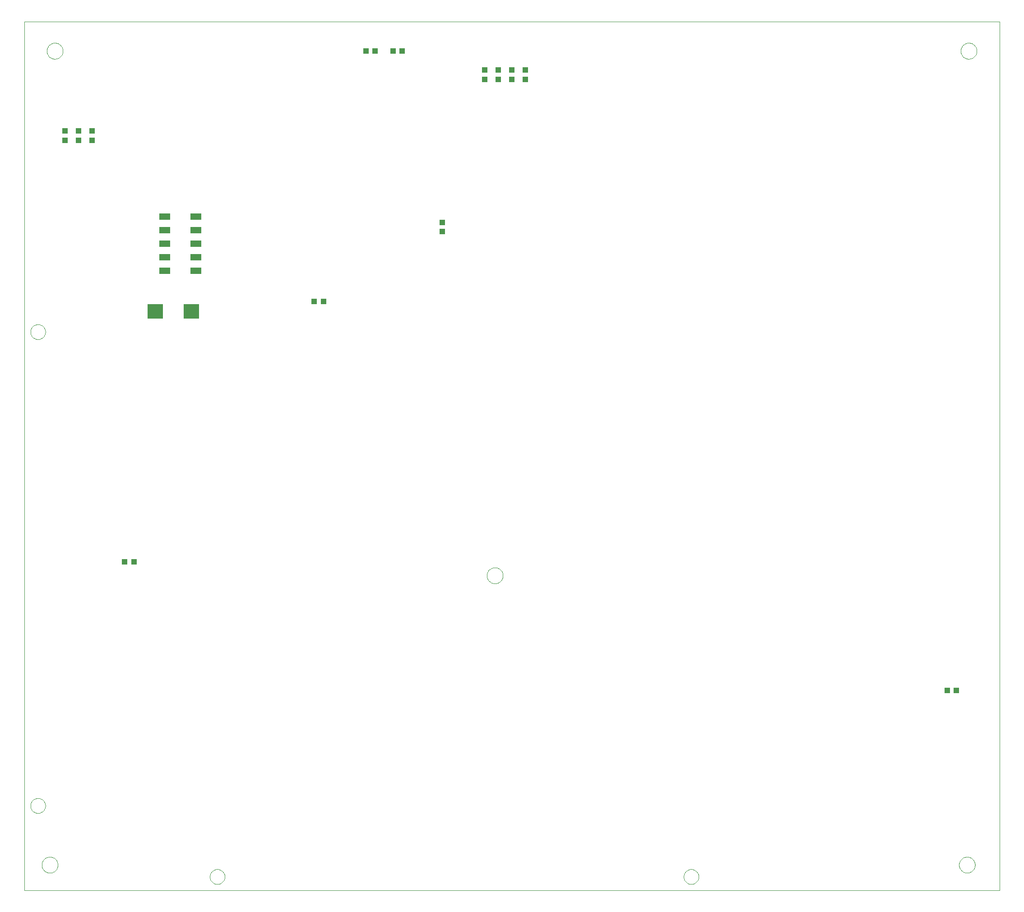
<source format=gtp>
G75*
%MOIN*%
%OFA0B0*%
%FSLAX24Y24*%
%IPPOS*%
%LPD*%
%AMOC8*
5,1,8,0,0,1.08239X$1,22.5*
%
%ADD10C,0.0000*%
%ADD11R,0.0413X0.0425*%
%ADD12R,0.0425X0.0413*%
%ADD13R,0.0394X0.0433*%
%ADD14R,0.1161X0.1063*%
%ADD15R,0.0800X0.0500*%
D10*
X003500Y003500D02*
X003500Y067673D01*
X075547Y067673D01*
X075547Y003500D01*
X003500Y003500D01*
X004784Y005375D02*
X004786Y005423D01*
X004792Y005471D01*
X004802Y005518D01*
X004815Y005564D01*
X004833Y005609D01*
X004853Y005653D01*
X004878Y005695D01*
X004906Y005734D01*
X004936Y005771D01*
X004970Y005805D01*
X005007Y005837D01*
X005045Y005866D01*
X005086Y005891D01*
X005129Y005913D01*
X005174Y005931D01*
X005220Y005945D01*
X005267Y005956D01*
X005315Y005963D01*
X005363Y005966D01*
X005411Y005965D01*
X005459Y005960D01*
X005507Y005951D01*
X005553Y005939D01*
X005598Y005922D01*
X005642Y005902D01*
X005684Y005879D01*
X005724Y005852D01*
X005762Y005822D01*
X005797Y005789D01*
X005829Y005753D01*
X005859Y005715D01*
X005885Y005674D01*
X005907Y005631D01*
X005927Y005587D01*
X005942Y005542D01*
X005954Y005495D01*
X005962Y005447D01*
X005966Y005399D01*
X005966Y005351D01*
X005962Y005303D01*
X005954Y005255D01*
X005942Y005208D01*
X005927Y005163D01*
X005907Y005119D01*
X005885Y005076D01*
X005859Y005035D01*
X005829Y004997D01*
X005797Y004961D01*
X005762Y004928D01*
X005724Y004898D01*
X005684Y004871D01*
X005642Y004848D01*
X005598Y004828D01*
X005553Y004811D01*
X005507Y004799D01*
X005459Y004790D01*
X005411Y004785D01*
X005363Y004784D01*
X005315Y004787D01*
X005267Y004794D01*
X005220Y004805D01*
X005174Y004819D01*
X005129Y004837D01*
X005086Y004859D01*
X005045Y004884D01*
X005007Y004913D01*
X004970Y004945D01*
X004936Y004979D01*
X004906Y005016D01*
X004878Y005055D01*
X004853Y005097D01*
X004833Y005141D01*
X004815Y005186D01*
X004802Y005232D01*
X004792Y005279D01*
X004786Y005327D01*
X004784Y005375D01*
X003949Y009750D02*
X003951Y009797D01*
X003957Y009843D01*
X003967Y009889D01*
X003980Y009934D01*
X003998Y009977D01*
X004019Y010019D01*
X004043Y010059D01*
X004071Y010096D01*
X004102Y010131D01*
X004136Y010164D01*
X004172Y010193D01*
X004211Y010219D01*
X004252Y010242D01*
X004295Y010261D01*
X004339Y010277D01*
X004384Y010289D01*
X004430Y010297D01*
X004477Y010301D01*
X004523Y010301D01*
X004570Y010297D01*
X004616Y010289D01*
X004661Y010277D01*
X004705Y010261D01*
X004748Y010242D01*
X004789Y010219D01*
X004828Y010193D01*
X004864Y010164D01*
X004898Y010131D01*
X004929Y010096D01*
X004957Y010059D01*
X004981Y010019D01*
X005002Y009977D01*
X005020Y009934D01*
X005033Y009889D01*
X005043Y009843D01*
X005049Y009797D01*
X005051Y009750D01*
X005049Y009703D01*
X005043Y009657D01*
X005033Y009611D01*
X005020Y009566D01*
X005002Y009523D01*
X004981Y009481D01*
X004957Y009441D01*
X004929Y009404D01*
X004898Y009369D01*
X004864Y009336D01*
X004828Y009307D01*
X004789Y009281D01*
X004748Y009258D01*
X004705Y009239D01*
X004661Y009223D01*
X004616Y009211D01*
X004570Y009203D01*
X004523Y009199D01*
X004477Y009199D01*
X004430Y009203D01*
X004384Y009211D01*
X004339Y009223D01*
X004295Y009239D01*
X004252Y009258D01*
X004211Y009281D01*
X004172Y009307D01*
X004136Y009336D01*
X004102Y009369D01*
X004071Y009404D01*
X004043Y009441D01*
X004019Y009481D01*
X003998Y009523D01*
X003980Y009566D01*
X003967Y009611D01*
X003957Y009657D01*
X003951Y009703D01*
X003949Y009750D01*
X017199Y004500D02*
X017201Y004547D01*
X017207Y004593D01*
X017217Y004639D01*
X017230Y004684D01*
X017248Y004727D01*
X017269Y004769D01*
X017293Y004809D01*
X017321Y004846D01*
X017352Y004881D01*
X017386Y004914D01*
X017422Y004943D01*
X017461Y004969D01*
X017502Y004992D01*
X017545Y005011D01*
X017589Y005027D01*
X017634Y005039D01*
X017680Y005047D01*
X017727Y005051D01*
X017773Y005051D01*
X017820Y005047D01*
X017866Y005039D01*
X017911Y005027D01*
X017955Y005011D01*
X017998Y004992D01*
X018039Y004969D01*
X018078Y004943D01*
X018114Y004914D01*
X018148Y004881D01*
X018179Y004846D01*
X018207Y004809D01*
X018231Y004769D01*
X018252Y004727D01*
X018270Y004684D01*
X018283Y004639D01*
X018293Y004593D01*
X018299Y004547D01*
X018301Y004500D01*
X018299Y004453D01*
X018293Y004407D01*
X018283Y004361D01*
X018270Y004316D01*
X018252Y004273D01*
X018231Y004231D01*
X018207Y004191D01*
X018179Y004154D01*
X018148Y004119D01*
X018114Y004086D01*
X018078Y004057D01*
X018039Y004031D01*
X017998Y004008D01*
X017955Y003989D01*
X017911Y003973D01*
X017866Y003961D01*
X017820Y003953D01*
X017773Y003949D01*
X017727Y003949D01*
X017680Y003953D01*
X017634Y003961D01*
X017589Y003973D01*
X017545Y003989D01*
X017502Y004008D01*
X017461Y004031D01*
X017422Y004057D01*
X017386Y004086D01*
X017352Y004119D01*
X017321Y004154D01*
X017293Y004191D01*
X017269Y004231D01*
X017248Y004273D01*
X017230Y004316D01*
X017217Y004361D01*
X017207Y004407D01*
X017201Y004453D01*
X017199Y004500D01*
X037659Y026750D02*
X037661Y026798D01*
X037667Y026846D01*
X037677Y026893D01*
X037690Y026939D01*
X037708Y026984D01*
X037728Y027028D01*
X037753Y027070D01*
X037781Y027109D01*
X037811Y027146D01*
X037845Y027180D01*
X037882Y027212D01*
X037920Y027241D01*
X037961Y027266D01*
X038004Y027288D01*
X038049Y027306D01*
X038095Y027320D01*
X038142Y027331D01*
X038190Y027338D01*
X038238Y027341D01*
X038286Y027340D01*
X038334Y027335D01*
X038382Y027326D01*
X038428Y027314D01*
X038473Y027297D01*
X038517Y027277D01*
X038559Y027254D01*
X038599Y027227D01*
X038637Y027197D01*
X038672Y027164D01*
X038704Y027128D01*
X038734Y027090D01*
X038760Y027049D01*
X038782Y027006D01*
X038802Y026962D01*
X038817Y026917D01*
X038829Y026870D01*
X038837Y026822D01*
X038841Y026774D01*
X038841Y026726D01*
X038837Y026678D01*
X038829Y026630D01*
X038817Y026583D01*
X038802Y026538D01*
X038782Y026494D01*
X038760Y026451D01*
X038734Y026410D01*
X038704Y026372D01*
X038672Y026336D01*
X038637Y026303D01*
X038599Y026273D01*
X038559Y026246D01*
X038517Y026223D01*
X038473Y026203D01*
X038428Y026186D01*
X038382Y026174D01*
X038334Y026165D01*
X038286Y026160D01*
X038238Y026159D01*
X038190Y026162D01*
X038142Y026169D01*
X038095Y026180D01*
X038049Y026194D01*
X038004Y026212D01*
X037961Y026234D01*
X037920Y026259D01*
X037882Y026288D01*
X037845Y026320D01*
X037811Y026354D01*
X037781Y026391D01*
X037753Y026430D01*
X037728Y026472D01*
X037708Y026516D01*
X037690Y026561D01*
X037677Y026607D01*
X037667Y026654D01*
X037661Y026702D01*
X037659Y026750D01*
X052199Y004500D02*
X052201Y004547D01*
X052207Y004593D01*
X052217Y004639D01*
X052230Y004684D01*
X052248Y004727D01*
X052269Y004769D01*
X052293Y004809D01*
X052321Y004846D01*
X052352Y004881D01*
X052386Y004914D01*
X052422Y004943D01*
X052461Y004969D01*
X052502Y004992D01*
X052545Y005011D01*
X052589Y005027D01*
X052634Y005039D01*
X052680Y005047D01*
X052727Y005051D01*
X052773Y005051D01*
X052820Y005047D01*
X052866Y005039D01*
X052911Y005027D01*
X052955Y005011D01*
X052998Y004992D01*
X053039Y004969D01*
X053078Y004943D01*
X053114Y004914D01*
X053148Y004881D01*
X053179Y004846D01*
X053207Y004809D01*
X053231Y004769D01*
X053252Y004727D01*
X053270Y004684D01*
X053283Y004639D01*
X053293Y004593D01*
X053299Y004547D01*
X053301Y004500D01*
X053299Y004453D01*
X053293Y004407D01*
X053283Y004361D01*
X053270Y004316D01*
X053252Y004273D01*
X053231Y004231D01*
X053207Y004191D01*
X053179Y004154D01*
X053148Y004119D01*
X053114Y004086D01*
X053078Y004057D01*
X053039Y004031D01*
X052998Y004008D01*
X052955Y003989D01*
X052911Y003973D01*
X052866Y003961D01*
X052820Y003953D01*
X052773Y003949D01*
X052727Y003949D01*
X052680Y003953D01*
X052634Y003961D01*
X052589Y003973D01*
X052545Y003989D01*
X052502Y004008D01*
X052461Y004031D01*
X052422Y004057D01*
X052386Y004086D01*
X052352Y004119D01*
X052321Y004154D01*
X052293Y004191D01*
X052269Y004231D01*
X052248Y004273D01*
X052230Y004316D01*
X052217Y004361D01*
X052207Y004407D01*
X052201Y004453D01*
X052199Y004500D01*
X072534Y005375D02*
X072536Y005423D01*
X072542Y005471D01*
X072552Y005518D01*
X072565Y005564D01*
X072583Y005609D01*
X072603Y005653D01*
X072628Y005695D01*
X072656Y005734D01*
X072686Y005771D01*
X072720Y005805D01*
X072757Y005837D01*
X072795Y005866D01*
X072836Y005891D01*
X072879Y005913D01*
X072924Y005931D01*
X072970Y005945D01*
X073017Y005956D01*
X073065Y005963D01*
X073113Y005966D01*
X073161Y005965D01*
X073209Y005960D01*
X073257Y005951D01*
X073303Y005939D01*
X073348Y005922D01*
X073392Y005902D01*
X073434Y005879D01*
X073474Y005852D01*
X073512Y005822D01*
X073547Y005789D01*
X073579Y005753D01*
X073609Y005715D01*
X073635Y005674D01*
X073657Y005631D01*
X073677Y005587D01*
X073692Y005542D01*
X073704Y005495D01*
X073712Y005447D01*
X073716Y005399D01*
X073716Y005351D01*
X073712Y005303D01*
X073704Y005255D01*
X073692Y005208D01*
X073677Y005163D01*
X073657Y005119D01*
X073635Y005076D01*
X073609Y005035D01*
X073579Y004997D01*
X073547Y004961D01*
X073512Y004928D01*
X073474Y004898D01*
X073434Y004871D01*
X073392Y004848D01*
X073348Y004828D01*
X073303Y004811D01*
X073257Y004799D01*
X073209Y004790D01*
X073161Y004785D01*
X073113Y004784D01*
X073065Y004787D01*
X073017Y004794D01*
X072970Y004805D01*
X072924Y004819D01*
X072879Y004837D01*
X072836Y004859D01*
X072795Y004884D01*
X072757Y004913D01*
X072720Y004945D01*
X072686Y004979D01*
X072656Y005016D01*
X072628Y005055D01*
X072603Y005097D01*
X072583Y005141D01*
X072565Y005186D01*
X072552Y005232D01*
X072542Y005279D01*
X072536Y005327D01*
X072534Y005375D01*
X072659Y065500D02*
X072661Y065548D01*
X072667Y065596D01*
X072677Y065643D01*
X072690Y065689D01*
X072708Y065734D01*
X072728Y065778D01*
X072753Y065820D01*
X072781Y065859D01*
X072811Y065896D01*
X072845Y065930D01*
X072882Y065962D01*
X072920Y065991D01*
X072961Y066016D01*
X073004Y066038D01*
X073049Y066056D01*
X073095Y066070D01*
X073142Y066081D01*
X073190Y066088D01*
X073238Y066091D01*
X073286Y066090D01*
X073334Y066085D01*
X073382Y066076D01*
X073428Y066064D01*
X073473Y066047D01*
X073517Y066027D01*
X073559Y066004D01*
X073599Y065977D01*
X073637Y065947D01*
X073672Y065914D01*
X073704Y065878D01*
X073734Y065840D01*
X073760Y065799D01*
X073782Y065756D01*
X073802Y065712D01*
X073817Y065667D01*
X073829Y065620D01*
X073837Y065572D01*
X073841Y065524D01*
X073841Y065476D01*
X073837Y065428D01*
X073829Y065380D01*
X073817Y065333D01*
X073802Y065288D01*
X073782Y065244D01*
X073760Y065201D01*
X073734Y065160D01*
X073704Y065122D01*
X073672Y065086D01*
X073637Y065053D01*
X073599Y065023D01*
X073559Y064996D01*
X073517Y064973D01*
X073473Y064953D01*
X073428Y064936D01*
X073382Y064924D01*
X073334Y064915D01*
X073286Y064910D01*
X073238Y064909D01*
X073190Y064912D01*
X073142Y064919D01*
X073095Y064930D01*
X073049Y064944D01*
X073004Y064962D01*
X072961Y064984D01*
X072920Y065009D01*
X072882Y065038D01*
X072845Y065070D01*
X072811Y065104D01*
X072781Y065141D01*
X072753Y065180D01*
X072728Y065222D01*
X072708Y065266D01*
X072690Y065311D01*
X072677Y065357D01*
X072667Y065404D01*
X072661Y065452D01*
X072659Y065500D01*
X005159Y065500D02*
X005161Y065548D01*
X005167Y065596D01*
X005177Y065643D01*
X005190Y065689D01*
X005208Y065734D01*
X005228Y065778D01*
X005253Y065820D01*
X005281Y065859D01*
X005311Y065896D01*
X005345Y065930D01*
X005382Y065962D01*
X005420Y065991D01*
X005461Y066016D01*
X005504Y066038D01*
X005549Y066056D01*
X005595Y066070D01*
X005642Y066081D01*
X005690Y066088D01*
X005738Y066091D01*
X005786Y066090D01*
X005834Y066085D01*
X005882Y066076D01*
X005928Y066064D01*
X005973Y066047D01*
X006017Y066027D01*
X006059Y066004D01*
X006099Y065977D01*
X006137Y065947D01*
X006172Y065914D01*
X006204Y065878D01*
X006234Y065840D01*
X006260Y065799D01*
X006282Y065756D01*
X006302Y065712D01*
X006317Y065667D01*
X006329Y065620D01*
X006337Y065572D01*
X006341Y065524D01*
X006341Y065476D01*
X006337Y065428D01*
X006329Y065380D01*
X006317Y065333D01*
X006302Y065288D01*
X006282Y065244D01*
X006260Y065201D01*
X006234Y065160D01*
X006204Y065122D01*
X006172Y065086D01*
X006137Y065053D01*
X006099Y065023D01*
X006059Y064996D01*
X006017Y064973D01*
X005973Y064953D01*
X005928Y064936D01*
X005882Y064924D01*
X005834Y064915D01*
X005786Y064910D01*
X005738Y064909D01*
X005690Y064912D01*
X005642Y064919D01*
X005595Y064930D01*
X005549Y064944D01*
X005504Y064962D01*
X005461Y064984D01*
X005420Y065009D01*
X005382Y065038D01*
X005345Y065070D01*
X005311Y065104D01*
X005281Y065141D01*
X005253Y065180D01*
X005228Y065222D01*
X005208Y065266D01*
X005190Y065311D01*
X005177Y065357D01*
X005167Y065404D01*
X005161Y065452D01*
X005159Y065500D01*
X003949Y044750D02*
X003951Y044797D01*
X003957Y044843D01*
X003967Y044889D01*
X003980Y044934D01*
X003998Y044977D01*
X004019Y045019D01*
X004043Y045059D01*
X004071Y045096D01*
X004102Y045131D01*
X004136Y045164D01*
X004172Y045193D01*
X004211Y045219D01*
X004252Y045242D01*
X004295Y045261D01*
X004339Y045277D01*
X004384Y045289D01*
X004430Y045297D01*
X004477Y045301D01*
X004523Y045301D01*
X004570Y045297D01*
X004616Y045289D01*
X004661Y045277D01*
X004705Y045261D01*
X004748Y045242D01*
X004789Y045219D01*
X004828Y045193D01*
X004864Y045164D01*
X004898Y045131D01*
X004929Y045096D01*
X004957Y045059D01*
X004981Y045019D01*
X005002Y044977D01*
X005020Y044934D01*
X005033Y044889D01*
X005043Y044843D01*
X005049Y044797D01*
X005051Y044750D01*
X005049Y044703D01*
X005043Y044657D01*
X005033Y044611D01*
X005020Y044566D01*
X005002Y044523D01*
X004981Y044481D01*
X004957Y044441D01*
X004929Y044404D01*
X004898Y044369D01*
X004864Y044336D01*
X004828Y044307D01*
X004789Y044281D01*
X004748Y044258D01*
X004705Y044239D01*
X004661Y044223D01*
X004616Y044211D01*
X004570Y044203D01*
X004523Y044199D01*
X004477Y044199D01*
X004430Y044203D01*
X004384Y044211D01*
X004339Y044223D01*
X004295Y044239D01*
X004252Y044258D01*
X004211Y044281D01*
X004172Y044307D01*
X004136Y044336D01*
X004102Y044369D01*
X004071Y044404D01*
X004043Y044441D01*
X004019Y044481D01*
X003998Y044523D01*
X003980Y044566D01*
X003967Y044611D01*
X003957Y044657D01*
X003951Y044703D01*
X003949Y044750D01*
D11*
X010906Y027750D03*
X011594Y027750D03*
X024906Y047000D03*
X025594Y047000D03*
X071656Y018250D03*
X072344Y018250D03*
D12*
X034375Y052156D03*
X034375Y052844D03*
X037500Y063406D03*
X037500Y064094D03*
X038500Y064094D03*
X038500Y063406D03*
X039500Y063406D03*
X039500Y064094D03*
X040500Y064094D03*
X040500Y063406D03*
X008500Y059594D03*
X008500Y058906D03*
X007500Y058906D03*
X007500Y059594D03*
X006500Y059594D03*
X006500Y058906D03*
D13*
X028728Y065500D03*
X029397Y065500D03*
X030728Y065500D03*
X031397Y065500D03*
D14*
X015829Y046250D03*
X013171Y046250D03*
D15*
X013850Y049250D03*
X013850Y050250D03*
X013850Y051250D03*
X013850Y052250D03*
X013850Y053250D03*
X016150Y053250D03*
X016150Y052250D03*
X016150Y051250D03*
X016150Y050250D03*
X016150Y049250D03*
M02*

</source>
